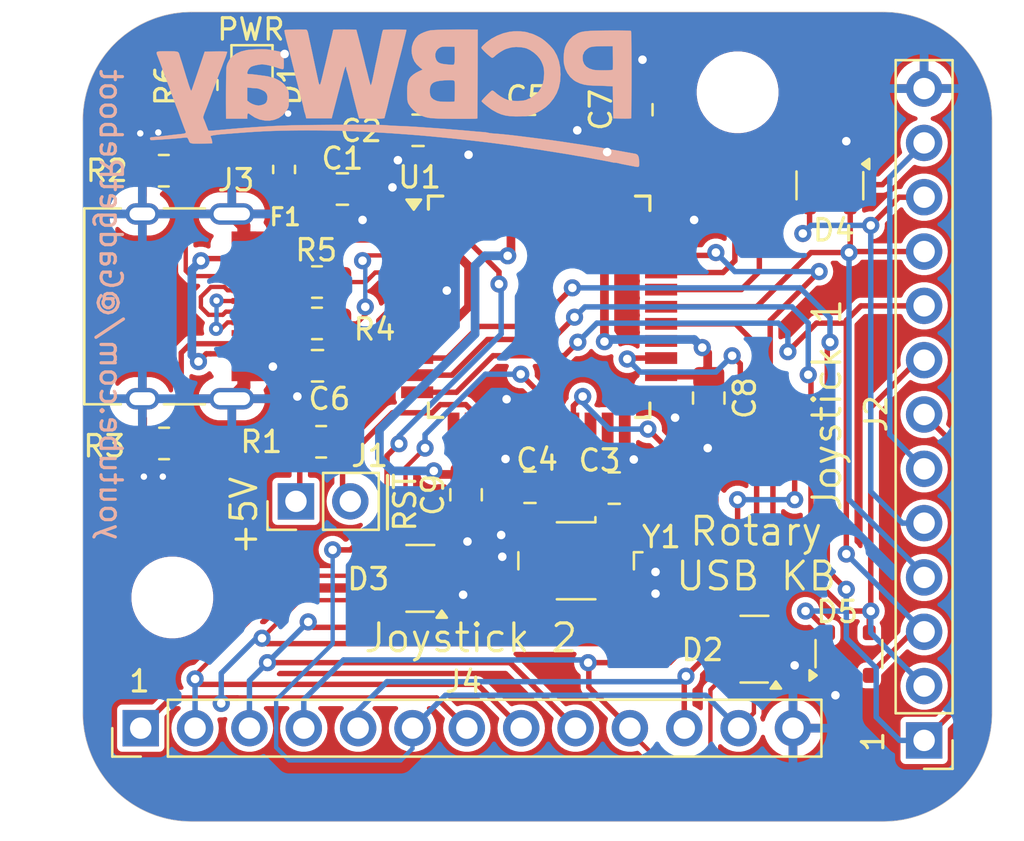
<source format=kicad_pcb>
(kicad_pcb (version 20240108) (generator "pcbnew") (generator_version "8.0")
  (layers (0 "F.Cu" signal) (31 "B.Cu" signal) (34 "B.Paste" user) (35 "F.Paste" user) (36 "B.SilkS" user "B.Silkscreen") (37 "F.SilkS" user "F.Silkscreen") (38 "B.Mask" user) (39 "F.Mask" user) (44 "Edge.Cuts" user))
  (net 0 "")
  (net 1 "GNDREF")
  (net 2 "/VBUS")
  (net 3 "/D15_SCK")
  (net 4 "/D14_MISO")
  (net 5 "/D10")
  (net 6 "/D8")
  (net 7 "/D16_MOSI")
  (net 8 "/D9")
  (net 9 "/D+")
  (net 10 "/D-")
  (net 11 "+5V")
  (net 12 "/D4")
  (net 13 "/D3")
  (net 14 "/D7")
  (net 15 "/D5")
  (net 16 "/D2")
  (net 17 "/D6")
  (net 18 "Net-(U1-XTAL1)")
  (net 19 "Net-(U1-XTAL2)")
  (net 20 "Net-(U1-AREF)")
  (net 21 "Net-(U1-UCAP)")
  (net 22 "Net-(D1-A)")
  (net 23 "Net-(J1-Pin_2)")
  (net 24 "Net-(J3-CC1)")
  (net 26 "Net-(J3-CC2)")
  (net 28 "Net-(U1-D-)")
  (net 29 "Net-(U1-D+)")
  (footprint "Resistor_SMD:R_0603_1608Metric_Pad1.05x0.95mm_HandSolder" (layer "F.Cu") (at 112.411 75.871 90)
    (property "Reference" "F1")
    (property "Value" "MF-FSMF050X")
  )
  (footprint "Connector_USB:USB_C_Receptacle_XKB_U262-16XN-4BVC11" (layer "F.Cu") (at 106.861 82.271 -90)
    (property "Reference" "J3")
    (property "Value" "USB_C_Receptacle")
  )
  (footprint "Resistor_SMD:R_0805_2012Metric_Pad1.20x1.40mm_HandSolder" (layer "F.Cu") (at 106.79 75.93)
    (property "Reference" "R2")
    (property "Value" "5K1")
  )
  (footprint "Resistor_SMD:R_0805_2012Metric_Pad1.20x1.40mm_HandSolder" (layer "F.Cu") (at 106.803 88.683)
    (property "Reference" "R3")
    (property "Value" "5K1")
  )
  (footprint "LED_SMD:LED_0805_2012Metric_Pad1.15x1.40mm_HandSolder" (layer "F.Cu") (at 110.911 71.921 -90)
    (property "Reference" "D1")
    (property "Value" "Power")
  )
  (footprint "Resistor_SMD:R_0805_2012Metric_Pad1.20x1.40mm_HandSolder" (layer "F.Cu") (at 108.561 71.921 90)
    (property "Reference" "R6")
    (property "Value" "3K3")
  )
  (footprint "Capacitor_SMD:C_0805_2012Metric" (layer "F.Cu") (at 113.972 85.05 180)
    (property "Reference" "C6")
    (property "Value" "1uF")
  )
  (footprint "Capacitor_SMD:C_0805_2012Metric" (layer "F.Cu") (at 128.894 73.078 90)
    (property "Reference" "C7")
    (property "Value" "100nF")
  )
  (footprint "Package_TO_SOT_SMD:SOT-143" (layer "F.Cu") (at 137.917 76.616 -90)
    (property "Reference" "D4")
    (property "Value" "SP0503BAHT")
  )
  (footprint "Capacitor_SMD:C_0805_2012Metric" (layer "F.Cu") (at 115.136 76.786)
    (property "Reference" "C1")
    (property "Value" "1uF")
  )
  (footprint "MountingHole:MountingHole_3.5mm" (layer "F.Cu") (at 133.604 72.263)
    (property "Reference" "REF**" (hide yes))
    (property "Value" "MountingHole_3.5mm")
  )
  (footprint "MountingHole:MountingHole_3.5mm" (layer "F.Cu") (at 107.188 95.885)
    (property "Reference" "REF**" (hide yes))
    (property "Value" "MountingHole_3.5mm")
  )
  (footprint "Resistor_SMD:R_0805_2012Metric_Pad1.20x1.40mm_HandSolder" (layer "F.Cu") (at 113.949 83.07 180)
    (property "Reference" "R4")
    (property "Value" "22r")
  )
  (footprint "Package_TO_SOT_SMD:SOT-143" (layer "F.Cu") (at 134.392 98.303 180)
    (property "Reference" "D2")
    (property "Value" "SP0503BAHT")
  )
  (footprint "Connector_PinHeader_2.54mm:PinHeader_1x02_P2.54mm_Vertical" (layer "F.Cu") (at 112.965 91.39 90)
    (property "Reference" "J1")
    (property "Value" "Conn_01x02")
  )
  (footprint "Capacitor_SMD:C_0805_2012Metric" (layer "F.Cu") (at 123.902 90.732)
    (property "Reference" "C4")
    (property "Value" "18pF")
  )
  (footprint "Crystal:Crystal_SMD_Abracon_ABM3B-4Pin_5.0x3.2mm" (layer "F.Cu") (at 126.058 94.169 180)
    (property "Reference" "Y1")
    (property "Value" "16 MHz")
  )
  (footprint "Package_QFP:TQFP-44_10x10mm_P0.8mm" (layer "F.Cu") (at 124.33 82.29)
    (property "Reference" "U1")
    (property "Value" "ATmega32U4-A")
  )
  (footprint "Connector_PinHeader_2.54mm:PinHeader_1x13_P2.54mm_Vertical" (layer "F.Cu") (at 105.711 101.996 90)
    (property "Reference" "J4")
    (property "Value" "Conn_01x13")
  )
  (footprint "Capacitor_SMD:C_0805_2012Metric" (layer "F.Cu") (at 132.256 86.561 -90)
    (property "Reference" "C8")
    (property "Value" "100nF")
  )
  (footprint "Capacitor_SMD:C_0805_2012Metric" (layer "F.Cu") (at 127.839 90.77 180)
    (property "Reference" "C3")
    (property "Value" "18pF")
  )
  (footprint "Connector_PinHeader_2.54mm:PinHeader_1x13_P2.54mm_Vertical" (layer "F.Cu") (at 142.32 102.569 180)
    (property "Reference" "J2")
    (property "Value" "Conn_01x13")
  )
  (footprint "Capacitor_SMD:C_0805_2012Metric" (layer "F.Cu") (at 118.671 74.039 180)
    (property "Reference" "C2")
    (property "Value" "100nF")
  )
  (footprint "Package_TO_SOT_SMD:SOT-143" (layer "F.Cu") (at 118.778 94.991 180)
    (property "Reference" "D3")
    (property "Value" "SP0503BAHT")
  )
  (footprint "Resistor_SMD:R_0805_2012Metric_Pad1.20x1.40mm_HandSolder" (layer "F.Cu") (at 113.949 81.136 180)
    (property "Reference" "R5")
    (property "Value" "22r")
  )
  (footprint "Capacitor_SMD:C_0805_2012Metric" (layer "F.Cu") (at 123.878 74.052)
    (property "Reference" "C5")
    (property "Value" "100nF")
  )
  (footprint "Capacitor_SMD:C_0805_2012Metric" (layer "F.Cu") (at 120.9148 91.0822 -90)
    (property "Reference" "C9")
    (property "Value" "100nF")
  )
  (footprint "Package_TO_SOT_SMD:SOT-143" (layer "F.Cu") (at 138.806 98.528 90)
    (property "Reference" "D5")
    (property "Value" "SP0503BAHT")
  )
  (footprint "Resistor_SMD:R_0805_2012Metric_Pad1.20x1.40mm_HandSolder" (layer "F.Cu") (at 114.143 88.605001)
    (property "Reference" "R1")
    (property "Value" "10K")
  )
  (footprint "_Custom_Footprints:pcb way logo" (layer "B.Cu") (at 117.573 73.217 180)
    (property "Reference" "G***" (hide yes))
    (property "Value" "LOGO" (hide yes))
  )
  (gr_line (start 108.08 68.5038) (end 140.4194 68.5038) (stroke (width 0.0254)) (layer "Edge.Cuts"))
  (gr_arc (start 103 73.5838) (mid 104.487898 69.991698) (end 108.08 68.5038) (stroke (width 0.0254)) (layer "Edge.Cuts"))
  (gr_line (start 103 101.284) (end 103 73.5838) (stroke (width 0.0254)) (layer "Edge.Cuts"))
  (gr_line (start 145.5 73.5838) (end 145.5 101.284) (stroke (width 0.0254)) (layer "Edge.Cuts"))
  (gr_arc (start 140.4194 68.5038) (mid 144.011802 69.991573) (end 145.5 73.5838) (stroke (width 0.0254)) (layer "Edge.Cuts"))
  (gr_arc (start 145.5 101.284) (mid 144.011802 104.876227) (end 140.4194 106.364) (stroke (width 0.0254)) (layer "Edge.Cuts"))
  (gr_line (start 140.4194 106.364) (end 108.08 106.364) (stroke (width 0.0254)) (layer "Edge.Cuts"))
  (gr_arc (start 108.08 106.364) (mid 104.487898 104.876102) (end 103 101.284) (stroke (width 0.0254)) (layer "Edge.Cuts"))
  (gr_text "youtube.com/@GadgetReboot" (at 104.311 82.196 270) (layer "B.SilkS") (effects (font (size 1 1)) (justify mirror)))
  (gr_text "Rotary\nUSB KB" (at 134.471 93.842 0) (layer "F.SilkS") (effects (font (size 1.3 1.3))))
  (gr_text "PWR\n" (at 110.861 69.321 0) (layer "F.SilkS") (effects (font (size 1 1))))
  (gr_text "+5V" (at 110.534001 92.071 90) (layer "F.SilkS") (effects (font (size 1.2 1.2))))
  (gr_text "~{RST}" (at 118.063 91.432 90) (layer "F.SilkS") (effects (font (size 1 1))))
  (gr_text "Joystick 1" (at 137.784 86.890001 90) (layer "F.SilkS") (effects (font (size 1.3 1.3))))
  (gr_text "Joystick 2" (at 121.136 97.779 0) (layer "F.SilkS") (effects (font (size 1.3 1.3))))
  (gr_text "1" (at 139.933 102.626 90) (layer "F.SilkS") (effects (font (size 1 1))))
  (gr_text "1" (at 105.654 99.801 0) (layer "F.SilkS") (effects (font (size 1 1))))
  (segment (start 110.531 86.026) (end 110.531 85.475801) (width 0.6096) (layer "F.Cu") (net 1))
  (segment (start 109.966 86.591) (end 110.531 86.026) (width 0.6096) (layer "F.Cu") (net 1))
  (segment (start 110.531 78.921) (end 110.531 78.516) (width 0.6096) (layer "F.Cu") (net 1))
  (segment (start 110.531 78.516) (end 109.966 77.951) (width 0.6096) (layer "F.Cu") (net 1))
  (segment (start 110.531 79.221) (end 110.531 78.921) (width 0.25) (layer "F.Cu") (net 1))
  (via (at 112.598 73.258) (size 0.658) (drill 0.3) (layers "F.Cu" "B.Cu") (net 1))
  (via (at 129.7686 95.7072) (size 0.8) (drill 0.4) (layers "F.Cu" "B.Cu") (net 1))
  (via (at 126.111 74.041) (size 0.8) (drill 0.4) (layers "F.Cu" "B.Cu") (net 1))
  (via (at 117.475 76.708) (size 0.8) (drill 0.4) (layers "F.Cu" "B.Cu") (net 1))
  (via (at 121.031 75.184) (size 0.8) (drill 0.4) (layers "F.Cu" "B.Cu") (net 1))
  (via (at 138.176 100.457) (size 0.8) (drill 0.4) (layers "F.Cu" "B.Cu") (net 1))
  (via (at 129.159 70.739) (size 0.8) (drill 0.4) (layers "F.Cu" "B.Cu") (net 1))
  (via (at 111.887 85.09) (size 0.8) (drill 0.4) (layers "F.Cu" "B.Cu") (net 1))
  (via (at 120.777 95.758) (size 0.8) (drill 0.4) (layers "F.Cu" "B.Cu") (net 1))
  (via (at 116.078 78.232) (size 0.8) (drill 0.4) (layers "F.Cu" "B.Cu") (net 1))
  (via (at 105.858 90.235) (size 0.658) (drill 0.3) (layers "F.Cu" "B.Cu") (net 1))
  (via (at 106.532 74.142) (size 0.658) (drill 0.3) (layers "F.Cu" "B.Cu") (net 1))
  (via (at 122.809 86.614) (size 0.8) (drill 0.4) (layers "F.Cu" "B.Cu") (net 1))
  (via (at 129.7686 94.6912) (size 0.8) (drill 0.4) (layers "F.Cu" "B.Cu") (net 1))
  (via (at 117.729 75.438) (size 0.8) (drill 0.4) (layers "F.Cu" "B.Cu") (net 1))
  (via (at 120.015 81.534) (size 0.8) (drill 0.4) (layers "F.Cu" "B.Cu") (net 1))
  (via (at 130.683 87.4776) (size 0.8) (drill 0.4) (layers "F.Cu" "B.Cu") (net 1))
  (via (at 138.684 74.549) (size 0.8) (drill 0.4) (layers "F.Cu" "B.Cu") (net 1))
  (via (at 106.743 90.235) (size 0.658) (drill 0.3) (layers "F.Cu" "B.Cu") (net 1))
  (via (at 127.508 75.057) (size 0.8) (drill 0.4) (layers "F.Cu" "B.Cu") (net 1))
  (via (at 131.572 78.232) (size 0.8) (drill 0.4) (layers "F.Cu" "B.Cu") (net 1))
  (via (at 122.6058 93.98) (size 0.8) (drill 0.4) (layers "F.Cu" "B.Cu") (net 1))
  (via (at 128.7526 89.4334) (size 0.8) (drill 0.4) (layers "F.Cu" "B.Cu") (net 1))
  (via (at 122.555 92.964) (size 0.8) (drill 0.4) (layers "F.Cu" "B.Cu") (net 1))
  (via (at 105.689 74.184) (size 0.658) (drill 0.3) (layers "F.Cu" "B.Cu") (net 1))
  (via (at 112.436 70.471) (size 0.8) (drill 0.4) (layers "F.Cu" "B.Cu") (net 1))
  (via (at 122.7582 89.408) (size 0.8) (drill 0.4) (layers "F.Cu" "B.Cu") (net 1))
  (via (at 113.03 86.487) (size 0.8) (drill 0.4) (layers "F.Cu" "B.Cu") (net 1))
  (via (at 136.271 99.06) (size 0.8) (drill 0.4) (layers "F.Cu" "B.Cu") (net 1))
  (via (at 120.9802 93.2688) (size 0.8) (drill 0.4) (layers "F.Cu" "B.Cu") (net 1))
  (via (at 132.207 88.9) (size 0.8) (drill 0.4) (layers "F.Cu" "B.Cu") (net 1))
  (segment (start 114.146001 76.746) (end 114.186001 76.786) (width 0.4064) (layer "F.Cu") (net 2))
  (segment (start 110.531 84.521) (end 109.679 84.521) (width 0.25) (layer "F.Cu") (net 2))
  (segment (start 110.531 79.721) (end 110.73618 79.92618) (width 0.2) (layer "F.Cu") (net 2))
  (segment (start 112.411 76.746) (end 114.146001 76.746) (width 0.4064) (layer "F.Cu") (net 2))
  (segment (start 111.99368 79.92618) (end 110.73618 79.92618) (width 0.4064) (layer "F.Cu") (net 2))
  (segment (start 110.531 84.521) (end 110.73678 84.72678) (width 0.2) (layer "F.Cu") (net 2))
  (segment (start 108.771 84.491) (end 108.409 84.853) (width 0.254) (layer "F.Cu") (net 2))
  (segment (start 120.237 83.09) (end 121.031 82.296) (width 0.4064) (layer "F.Cu") (net 2))
  (segment (start 109.649 84.491) (end 108.981 84.491) (width 0.25) (layer "F.Cu") (net 2))
  (segment (start 119.73 79.09) (end 118.63 79.09) (width 0.4064) (layer "F.Cu") (net 2))
  (segment (start 108.524 80.139) (end 108.642 80.021) (width 0.254) (layer "F.Cu") (net 2))
  (segment (start 114.904 79.09) (end 114.186001 78.372001) (width 0.4064) (layer "F.Cu") (net 2))
  (segment (start 112.01146 79.9084) (end 112.465047 79.454813) (width 0.4064) (layer "F.Cu") (net 2))
  (segment (start 112.01146 79.9084) (end 111.99368 79.92618) (width 0.4064) (layer "F.Cu") (net 2))
  (segment (start 108.981 84.491) (end 108.771 84.491) (width 0.254) (layer "F.Cu") (net 2))
  (segment (start 118.63 79.09) (end 114.904 79.09) (width 0.4064) (layer "F.Cu") (net 2))
  (segment (start 114.186001 78.372001) (end 114.186001 76.786) (width 0.4064) (layer "F.Cu") (net 2))
  (segment (start 109.679 84.521) (end 109.649 84.491) (width 0.25) (layer "F.Cu") (net 2))
  (segment (start 121.031 82.296) (end 121.031 80.391) (width 0.4064) (layer "F.Cu") (net 2))
  (segment (start 108.642 80.039) (end 110.531 80.039) (width 0.254) (layer "F.Cu") (net 2))
  (segment (start 118.63 83.09) (end 120.237 83.09) (width 0.4064) (layer "F.Cu") (net 2))
  (segment (start 112.465047 79.454813) (end 112.465047 76.811855) (width 0.4064) (layer "F.Cu") (net 2))
  (segment (start 121.031 80.391) (end 119.73 79.09) (width 0.4064) (layer "F.Cu") (net 2))
  (via (at 108.524 80.139) (size 0.8) (drill 0.4) (layers "F.Cu" "B.Cu") (net 2))
  (via (at 108.409 84.853) (size 0.8) (drill 0.4) (layers "F.Cu" "B.Cu") (net 2))
  (segment (start 108.524 80.139) (end 108.101 80.562) (width 0.4064) (layer "B.Cu") (net 2))
  (segment (start 108.101 84.545) (end 108.409 84.853) (width 0.4064) (layer "B.Cu") (net 2))
  (segment (start 108.101 80.562) (end 108.101 84.545) (width 0.4064) (layer "B.Cu") (net 2))
  (segment (start 144.018 100.871) (end 144.018 89.027) (width 0.254) (layer "F.Cu") (net 3))
  (segment (start 125.8824 81.407) (end 124.079 83.2104) (width 0.254) (layer "F.Cu") (net 3))
  (segment (start 137.795 84.074) (end 137.795 94.615) (width 0.254) (layer "F.Cu") (net 3))
  (segment (start 136.906 96.52) (end 136.779 96.52) (width 0.254) (layer "F.Cu") (net 3))
  (segment (start 124.079 83.2104) (end 121.5136 83.2104) (width 0.254) (layer "F.Cu") (net 3))
  (segment (start 120.034 84.69) (end 118.63 84.69) (width 0.254) (layer "F.Cu") (net 3))
  (segment (start 137.922 83.947) (end 137.795 84.074) (width 0.254) (layer "F.Cu") (net 3))
  (segment (start 142.32 102.569) (end 144.018 100.871) (width 0.254) (layer "F.Cu") (net 3))
  (segment (start 137.856 97.47) (end 136.906 96.52) (width 0.254) (layer "F.Cu") (net 3))
  (segment (start 144.018 89.027) (end 142.32 87.329) (width 0.254) (layer "F.Cu") (net 3))
  (segment (start 137.795 94.615) (end 138.684 95.504) (width 0.254) (layer "F.Cu") (net 3))
  (segment (start 137.856 97.528) (end 137.856 97.47) (width 0.254) (layer "F.Cu") (net 3))
  (segment (start 121.5136 83.2104) (end 120.034 84.69) (width 0.254) (layer "F.Cu") (net 3))
  (via (at 136.779 96.52) (size 0.8) (drill 0.4) (layers "F.Cu" "B.Cu") (net 3))
  (via (at 137.922 83.947) (size 0.8) (drill 0.4) (layers "F.Cu" "B.Cu") (net 3))
  (via (at 125.8824 81.407) (size 0.8) (drill 0.4) (layers "F.Cu" "B.Cu") (net 3))
  (via (at 138.684 95.504) (size 0.8) (drill 0.4) (layers "F.Cu" "B.Cu") (net 3))
  (segment (start 138.684 96.393) (end 138.684 97.79) (width 0.254) (layer "B.Cu") (net 3))
  (segment (start 140.081 101.473) (end 141.177 102.569) (width 0.254) (layer "B.Cu") (net 3))
  (segment (start 140.081 99.187) (end 140.081 101.473) (width 0.254) (layer "B.Cu") (net 3))
  (segment (start 138.684 95.504) (end 138.684 96.393) (width 0.254) (layer "B.Cu") (net 3))
  (segment (start 125.8824 81.407) (end 136.525 81.407) (width 0.254) (layer "B.Cu") (net 3))
  (segment (start 136.779 96.52) (end 138.557 96.52) (width 0.254) (layer "B.Cu") (net 3))
  (segment (start 138.684 97.79) (end 140.081 99.187) (width 0.254) (layer "B.Cu") (net 3))
  (segment (start 138.557 96.52) (end 138.684 96.393) (width 0.254) (layer "B.Cu") (net 3))
  (segment (start 141.177 102.569) (end 142.32 102.569) (width 0.254) (layer "B.Cu") (net 3))
  (segment (start 137.922 82.804) (end 137.922 83.947) (width 0.254) (layer "B.Cu") (net 3))
  (segment (start 136.525 81.407) (end 137.922 82.804) (width 0.254) (layer "B.Cu") (net 3))
  (segment (start 135.9535 84.3915) (end 137.287 83.058) (width 0.254) (layer "F.Cu") (net 4))
  (segment (start 138.684 93.853) (end 138.684 82.931) (width 0.254) (layer "F.Cu") (net 4))
  (segment (start 120.466 86.29) (end 118.63 86.29) (width 0.254) (layer "F.Cu") (net 4))
  (segment (start 141.778999 97.489001) (end 142.32 97.489001) (width 0.254) (layer "F.Cu") (net 4))
  (segment (start 126.1364 83.947) (end 125.5014 84.582) (width 0.254) (layer "F.Cu") (net 4))
  (segment (start 139.756 99.528) (end 139.756 99.512) (width 0.254) (layer "F.Cu") (net 4))
  (segment (start 139.756 99.512) (end 141.778999 97.489001) (width 0.254) (layer "F.Cu") (net 4))
  (segment (start 138.684 82.931) (end 139.366 82.249) (width 0.254) (layer "F.Cu") (net 4))
  (segment (start 122.174 84.582) (end 120.466 86.29) (width 0.254) (layer "F.Cu") (net 4))
  (segment (start 137.287 83.058) (end 138.684 83.058) (width 0.254) (layer "F.Cu") (net 4))
  (segment (start 125.5014 84.582) (end 122.174 84.582) (width 0.254) (layer "F.Cu") (net 4))
  (segment (start 139.366 82.249) (end 142.32 82.249) (width 0.254) (layer "F.Cu") (net 4))
  (via (at 138.684 93.853) (size 0.8) (drill 0.4) (layers "F.Cu" "B.Cu") (net 4))
  (via (at 126.1364 83.947) (size 0.8) (drill 0.4) (layers "F.Cu" "B.Cu") (net 4))
  (via (at 135.9535 84.3915) (size 0.8) (drill 0.4) (layers "F.Cu" "B.Cu") (net 4))
  (segment (start 138.684 93.853) (end 141.812 96.981) (width 0.254) (layer "B.Cu") (net 4))
  (segment (start 141.812 96.981001) (end 142.32 97.489001) (width 0.254) (layer "B.Cu") (net 4))
  (segment (start 127.0254 83.058) (end 135.509 83.058) (width 0.254) (layer "B.Cu") (net 4))
  (segment (start 141.812 96.981) (end 141.812 96.981001) (width 0.254) (layer "B.Cu") (net 4))
  (segment (start 135.9535 83.5025) (end 135.9535 84.3915) (width 0.254) (layer "B.Cu") (net 4))
  (segment (start 135.509 83.058) (end 135.9535 83.5025) (width 0.254) (layer "B.Cu") (net 4))
  (segment (start 126.1364 83.947) (end 127.0254 83.058) (width 0.254) (layer "B.Cu") (net 4))
  (segment (start 133.477 80.137) (end 133.477 77.851) (width 0.254) (layer "F.Cu") (net 5))
  (segment (start 136.967 75.616) (end 137.932 76.581) (width 0.254) (layer "F.Cu") (net 5))
  (segment (start 132.924 80.69) (end 133.477 80.137) (width 0.254) (layer "F.Cu") (net 5))
  (segment (start 130.03 80.69) (end 132.924 80.69) (width 0.254) (layer "F.Cu") (net 5))
  (segment (start 136.967 75.616) (end 135.712 75.616) (width 0.254) (layer "F.Cu") (net 5))
  (segment (start 135.712 75.616) (end 133.477 77.851) (width 0.254) (layer "F.Cu") (net 5))
  (segment (start 140.368001 76.581) (end 142.32 74.629001) (width 0.254) (layer "F.Cu") (net 5))
  (segment (start 137.932 76.581) (end 140.368001 76.581) (width 0.254) (layer "F.Cu") (net 5))
  (segment (start 140.716 76.233001) (end 142.32 74.629001) (width 0.254) (layer "B.Cu") (net 5))
  (segment (start 142.32 89.869) (end 140.716 88.265) (width 0.254) (layer "B.Cu") (net 5))
  (segment (start 140.716 88.265) (end 140.716 76.233001) (width 0.254) (layer "B.Cu") (net 5))
  (segment (start 138.858 79.709) (end 142.32 79.709) (width 0.254) (layer "F.Cu") (net 6))
  (segment (start 138.867 79.7) (end 138.811 79.756) (width 0.254) (layer "F.Cu") (net 6))
  (segment (start 134.499 82.29) (end 130.03 82.29) (width 0.254) (layer "F.Cu") (net 6))
  (segment (start 138.811 79.756) (end 138.858 79.709) (width 0.254) (layer "F.Cu") (net 6))
  (segment (start 138.811 79.756) (end 137.033 79.756) (width 0.254) (layer "F.Cu") (net 6))
  (segment (start 137.033 79.756) (end 134.499 82.29) (width 0.254) (layer "F.Cu") (net 6))
  (segment (start 138.867 77.616) (end 138.867 79.7) (width 0.254) (layer "F.Cu") (net 6))
  (via (at 138.811 79.756) (size 0.8) (drill 0.4) (layers "F.Cu" "B.Cu") (net 6))
  (segment (start 141.812 94.441) (end 142.32 94.949) (width 0.254) (layer "B.Cu") (net 6))
  (segment (start 138.811 91.313) (end 141.812 94.314) (width 0.254) (layer "B.Cu") (net 6))
  (segment (start 141.812 94.314) (end 141.812 94.441) (width 0.254) (layer "B.Cu") (net 6))
  (segment (start 138.811 79.756) (end 138.811 91.313) (width 0.254) (layer "B.Cu") (net 6))
  (segment (start 139.756 96.591) (end 139.827 96.52) (width 0.254) (layer "F.Cu") (net 7))
  (segment (start 139.827 96.52) (end 139.827 86.995) (width 0.254) (layer "F.Cu") (net 7))
  (segment (start 142.033001 84.788999) (end 142.32 84.788999) (width 0.254) (layer "F.Cu") (net 7))
  (segment (start 120.25 85.49) (end 118.63 85.49) (width 0.254) (layer "F.Cu") (net 7))
  (segment (start 139.827 96.52) (end 138.671866 96.52) (width 0.254) (layer "F.Cu") (net 7))
  (segment (start 137.033 94.881134) (end 137.033 85.598) (width 0.254) (layer "F.Cu") (net 7))
  (segment (start 121.92 83.82) (end 120.25 85.49) (width 0.254) (layer "F.Cu") (net 7))
  (segment (start 139.827 86.995) (end 142.033001 84.788999) (width 0.254) (layer "F.Cu") (net 7))
  (segment (start 137.033 85.598) (end 136.906 85.471) (width 0.254) (layer "F.Cu") (net 7))
  (segment (start 124.9426 83.82) (end 121.92 83.82) (width 0.254) (layer "F.Cu") (net 7))
  (segment (start 138.671866 96.52) (end 137.033 94.881134) (width 0.254) (layer "F.Cu") (net 7))
  (segment (start 125.984 82.7786) (end 124.9426 83.82) (width 0.254) (layer "F.Cu") (net 7))
  (segment (start 139.756 97.528) (end 139.756 96.591) (width 0.254) (layer "F.Cu") (net 7))
  (via (at 125.984 82.7786) (size 0.8) (drill 0.4) (layers "F.Cu" "B.Cu") (net 7))
  (via (at 139.827 96.52) (size 0.8) (drill 0.4) (layers "F.Cu" "B.Cu") (net 7))
  (via (at 136.906 85.471) (size 0.8) (drill 0.4) (layers "F.Cu" "B.Cu") (net 7))
  (segment (start 139.827 96.52) (end 139.827 97.536) (width 0.254) (layer "B.Cu") (net 7))
  (segment (start 136.144 82.296) (end 136.906 83.058) (width 0.254) (layer "B.Cu") (net 7))
  (segment (start 139.827 97.536) (end 142.32 100.029) (width 0.254) (layer "B.Cu") (net 7))
  (segment (start 126.4666 82.296) (end 136.144 82.296) (width 0.254) (layer "B.Cu") (net 7))
  (segment (start 125.984 82.7786) (end 126.4666 82.296) (width 0.254) (layer "B.Cu") (net 7))
  (segment (start 136.906 83.058) (end 136.906 85.471) (width 0.254) (layer "B.Cu") (net 7))
  (segment (start 136.967 77.616) (end 135.617 77.616) (width 0.254) (layer "F.Cu") (net 8))
  (segment (start 134.62 78.613) (end 134.62 80.645) (width 0.254) (layer "F.Cu") (net 8))
  (segment (start 136.967 78.552) (end 136.967 77.616) (width 0.254) (layer "F.Cu") (net 8))
  (segment (start 141.144 77.169) (end 142.32 77.169) (width 0.254) (layer "F.Cu") (net 8))
  (segment (start 136.652 78.867) (end 136.967 78.552) (width 0.254) (layer "F.Cu") (net 8))
  (segment (start 139.827 78.486) (end 139.7 78.613) (width 0.254) (layer "F.Cu") (net 8))
  (segment (start 134.62 80.645) (end 133.775 81.49) (width 0.254) (layer "F.Cu") (net 8))
  (segment (start 133.775 81.49) (end 130.03 81.49) (width 0.254) (layer "F.Cu") (net 8))
  (segment (start 135.617 77.616) (end 134.62 78.613) (width 0.254) (layer "F.Cu") (net 8))
  (segment (start 139.827 78.486) (end 141.144 77.169) (width 0.254) (layer "F.Cu") (net 8))
  (via (at 139.827 78.486) (size 0.8) (drill 0.4) (layers "F.Cu" "B.Cu") (net 8))
  (via (at 136.652 78.867) (size 0.8) (drill 0.4) (layers "F.Cu" "B.Cu") (net 8))
  (segment (start 139.827 90.932) (end 141.304 92.409) (width 0.254) (layer "B.Cu") (net 8))
  (segment (start 137.033 78.486) (end 136.652 78.867) (width 0.254) (layer "B.Cu") (net 8))
  (segment (start 139.827 78.486) (end 137.033 78.486) (width 0.254) (layer "B.Cu") (net 8))
  (segment (start 141.304 92.409) (end 142.32 92.409) (width 0.254) (layer "B.Cu") (net 8))
  (segment (start 139.827 78.486) (end 139.827 90.932) (width 0.254) (layer "B.Cu") (net 8))
  (segment (start 109.47 83.325) (end 109.23 83.325) (width 0.2032) (layer "F.Cu") (net 9))
  (segment (start 109.401 82.037) (end 109.417 82.021) (width 0.2032) (layer "F.Cu") (net 9))
  (segment (start 109.774 83.021) (end 109.47 83.325) (width 0.2032) (layer "F.Cu") (net 9))
  (segment (start 109.417 82.021) (end 110.531 82.021) (width 0.2032) (layer "F.Cu") (net 9))
  (segment (start 110.531 82.021) (end 112.064 82.021) (width 0.2032) (layer "F.Cu") (net 9))
  (segment (start 110.531 83.021) (end 109.774 83.021) (width 0.2032) (layer "F.Cu") (net 9))
  (segment (start 112.064 82.021) (end 112.949 81.136) (width 0.2032) (layer "F.Cu") (net 9))
  (via (at 109.253 82.003) (size 0.658) (drill 0.3) (layers "F.Cu" "B.Cu") (net 9))
  (via (at 109.23 83.325) (size 0.658) (drill 0.3) (layers "F.Cu" "B.Cu") (net 9))
  (segment (start 109.253 83.302) (end 109.23 83.325) (width 0.2032) (layer "B.Cu") (net 9))
  (segment (start 109.253 82.003) (end 109.253 83.302) (width 0.2032) (layer "B.Cu") (net 9))
  (segment (start 109.545399 82.667601) (end 109.692 82.521) (width 0.2032) (layer "F.Cu") (net 10))
  (segment (start 110.531 81.521) (end 109.774 81.521) (width 0.2032) (layer "F.Cu") (net 10))
  (segment (start 112.4 82.521) (end 112.949 83.07) (width 0.2032) (layer "F.Cu") (net 10))
  (segment (start 109.774 81.521) (end 109.617 81.364) (width 0.2032) (layer "F.Cu") (net 10))
  (segment (start 108.991 81.364) (end 108.523 81.832) (width 0.2032) (layer "F.Cu") (net 10))
  (segment (start 109.692 82.521) (end 110.531 82.521) (width 0.2032) (layer "F.Cu") (net 10))
  (segment (start 110.531 82.521) (end 112.4 82.521) (width 0.2032) (layer "F.Cu") (net 10))
  (segment (start 109.617 81.364) (end 108.991 81.364) (width 0.2032) (layer "F.Cu") (net 10))
  (segment (start 108.523 82.31) (end 108.880601 82.667601) (width 0.2032) (layer "F.Cu") (net 10))
  (segment (start 108.523 81.832) (end 108.523 82.31) (width 0.2032) (layer "F.Cu") (net 10))
  (segment (start 108.880601 82.667601) (end 109.545399 82.667601) (width 0.2032) (layer "F.Cu") (net 10))
  (segment (start 131.880999 85.49) (end 130.03 85.49) (width 0.4064) (layer "F.Cu") (net 11))
  (segment (start 119.620999 72.517) (end 119.620999 74.039) (width 0.4064) (layer "F.Cu") (net 11))
  (segment (start 104.14 90.678) (end 104.14 73.66) (width 0.254) (layer "F.Cu") (net 11))
  (segment (start 111.038999 88.605001) (end 108.331 91.313) (width 0.254) (layer "F.Cu") (net 11))
  (segment (start 119.126 72.517) (end 119.620999 72.517) (width 0.4064) (layer "F.Cu") (net 11))
  (segment (start 120.33 75.626) (end 120.33 76.59) (width 0.4064) (layer "F.Cu") (net 11))
  (segment (start 104.879 72.921) (end 104.14 73.66) (width 0.254) (layer "F.Cu") (net 11))
  (segment (start 121.7422 78.232) (end 121.031 78.232) (width 0.4064) (layer "F.Cu") (net 11))
  (segment (start 127.381 73.152) (end 126.746 72.517) (width 0.4064) (layer "F.Cu") (net 11))
  (segment (start 127.381 83.9216) (end 127.381 79.4004) (width 0.4064) (layer "F.Cu") (net 11))
  (segment (start 128.894 74.941) (end 128.894 74.027999) (width 0.4064) (layer "F.Cu") (net 11))
  (segment (start 126.2126 78.232) (end 121.7422 78.232) (width 0.4064) (layer "F.Cu") (net 11))
  (segment (start 113.091 74.996) (end 115.57 72.517) (width 0.4064) (layer "F.Cu") (net 11))
  (segment (start 126.746 72.517) (end 119.126 72.517) (width 0.4064) (layer "F.Cu") (net 11))
  (segment (start 113.143 91.212) (end 112.965 91.39) (width 0.254) (layer "F.Cu") (net 11))
  (segment (start 120.9148 90.132201) (end 119.570801 90.132201) (width 0.4064) (layer "F.Cu") (net 11))
  (segment (start 132.207 84.455) (end 132.207 85.163999) (width 0.4064) (layer "F.Cu") (net 11))
  (segment (start 128.33 75.505) (end 128.894 74.941) (width 0.4064) (layer "F.Cu") (net 11))
  (segment (start 121.93 89.194001) (end 120.9918 90.132201) (width 0.4064) (layer "F.Cu") (net 11))
  (segment (start 119.620999 74.916999) (end 120.33 75.626) (width 0.4064) (layer "F.Cu") (net 11))
  (segment (start 113.143 88.605001) (end 111.038999 88.605001) (width 0.254) (layer "F.Cu") (net 11))
  (segment (start 122.8598 79.9084) (end 123.0122 79.756) (width 0.4064) (layer "F.Cu") (net 11))
  (segment (start 120.9918 90.132201) (end 120.9148 90.132201) (width 0.4064) (layer "F.Cu") (net 11))
  (segment (start 128.894 74.027999) (end 127.875999 74.027999) (width 0.4064) (layer "F.Cu") (net 11))
  (segment (start 123.0122 79.756) (end 123.0122 78.232) (width 0.4064) (layer "F.Cu") (net 11))
  (segment (start 104.775 91.313) (end 104.14 90.678) (width 0.254) (layer "F.Cu") (net 11))
  (segment (start 128.33 76.59) (end 128.33 75.505) (width 0.4064) (layer "F.Cu") (net 11))
  (segment (start 131.953 84.201) (end 132.207 84.455) (width 0.4064) (layer "F.Cu") (net 11))
  (segment (start 127.381 73.533) (end 127.381 73.152) (width 0.4064) (layer "F.Cu") (net 11))
  (segment (start 127.875999 74.027999) (end 127.381 73.533) (width 0.4064) (layer "F.Cu") (net 11))
  (segment (start 119.620999 74.039) (end 119.620999 74.916999) (width 0.4064) (layer "F.Cu") (net 11))
  (segment (start 121.031 78.232) (end 120.33 77.531) (width 0.4064) (layer "F.Cu") (net 11))
  (segment (start 108.331 91.313) (end 104.775 91.313) (width 0.254) (layer "F.Cu") (net 11))
  (segment (start 119.570801 90.132201) (end 119.4054 89.9668) (width 0.4064) (layer "F.Cu") (net 11))
  (segment (start 108.561 72.921) (end 104.879 72.921) (width 0.254) (layer "F.Cu") (net 11))
  (segment (start 132.207 85.163999) (end 131.880999 85.49) (width 0.4064) (layer "F.Cu") (net 11))
  (segment (start 127.381 79.4004) (end 126.2126 78.232) (width 0.4064) (layer "F.Cu") (net 11))
  (segment (start 112.411 74.996) (end 113.091 74.996) (width 0.4064) (layer "F.Cu") (net 11))
  (segment (start 113.143 88.605001) (end 113.143 91.212) (width 0.254) (layer "F.Cu") (net 11))
  (segment (start 108.561 72.946) (end 108.561 73.871) (width 0.4064) (layer "F.Cu") (net 11))
  (segment (start 121.93 87.99) (end 121.93 89.194001) (width 0.4064) (layer "F.Cu") (net 11))
  (segment (start 109.686 74.996) (end 112.411 74.996) (width 0.4064) (layer "F.Cu") (net 11))
  (segment (start 120.33 77.531) (end 120.33 76.59) (width 0.4064) (layer "F.Cu") (net 11))
  (segment (start 115.57 72.517) (end 119.126 72.517) (width 0.4064) (layer "F.Cu") (net 11))
  (segment (start 123.0122 78.232) (end 121.7422 78.232) (width 0.4064) (layer "F.Cu") (net 11))
  (segment (start 108.561 73.871) (end 109.686 74.996) (width 0.4064) (layer "F.Cu") (net 11))
  (via (at 131.953 84.201) (size 0.8) (drill 0.4) (layers "F.Cu" "B.Cu") (net 11))
  (via (at 119.4054 89.9668) (size 0.8) (drill 0.4) (layers "F.Cu" "B.Cu") (net 11))
  (via (at 122.8598 79.9084) (size 0.8) (drill 0.4) (layers "F.Cu" "B.Cu") (net 11))
  (via (at 127.381 83.9216) (size 0.8) (drill 0.4) (layers "F.Cu" "B.Cu") (net 11))
  (segment (start 127.381 83.9216) (end 127.4826 83.82) (width 0.4064) (layer "B.Cu") (net 11))
  (segment (start 116.8654 89.3572) (end 117.475 89.9668) (width 0.4064) (layer "B.Cu") (net 11))
  (segment (start 121.3358 83.566) (end 116.8654 88.0364) (width 0.4064) (layer "B.Cu") (net 11))
  (segment (start 117.475 89.9668) (end 119.4054 89.9668) (width 0.4064) (layer "B.Cu") (net 11))
  (segment (start 116.8654 88.0364) (end 116.8654 89.3572) (width 0.4064) (layer "B.Cu") (net 11))
  (segment (start 127.4826 83.82) (end 131.572 83.82) (width 0.4064) (layer "B.Cu") (net 11))
  (segment (start 122.8598 79.9084) (end 121.793 79.9084) (width 0.4064) (layer "B.Cu") (net 11))
  (segment (start 121.793 79.9084) (end 121.3358 80.3656) (width 0.4064) (layer "B.Cu") (net 11))
  (segment (start 121.3358 80.3656) (end 121.3358 83.566) (width 0.4064) (layer "B.Cu") (net 11))
  (segment (start 131.572 83.82) (end 131.953 84.201) (width 0.4064) (layer "B.Cu") (net 11))
  (segment (start 126.651 100.076) (end 128.571 101.996) (width 0.254) (layer "F.Cu") (net 12))
  (segment (start 134.493 94.869) (end 130.429 98.933) (width 0.254) (layer "F.Cu") (net 12))
  (segment (start 128.4922 84.69) (end 130.03 84.69) (width 0.254) (layer "F.Cu") (net 12))
  (segment (start 132.334 100.203) (end 132.334 103.124) (width 0.2032) (layer "F.Cu") (net 12))
  (segment (start 132.334 103.124) (end 131.826 103.632) (width 0.2032) (layer "F.Cu") (net 12))
  (segment (start 133.35 84.582) (end 133.731 84.963) (width 0.254) (layer "F.Cu") (net 12))
  (segment (start 126.651 98.965) (end 126.651 100.076) (width 0.254) (layer "F.Cu") (net 12))
  (segment (start 133.731 85.598) (end 134.493 86.36) (width 0.254) (layer "F.Cu") (net 12))
  (segment (start 130.048 103.632) (end 128.571 102.155) (width 0.2032) (layer "F.Cu") (net 12))
  (segment (start 133.392 99.253) (end 133.284 99.253) (width 0.2032) (layer "F.Cu") (net 12))
  (segment (start 133.731 84.963) (end 133.731 85.598) (width 0.254) (layer "F.Cu") (net 12))
  (segment (start 128.571 102.155) (end 128.571 101.996) (width 0.2032) (layer "F.Cu") (net 12))
  (segment (start 133.284 99.253) (end 132.334 100.203) (width 0.2032) (layer "F.Cu") (net 12))
  (segment (start 130.429 98.933) (end 126.619 98.933) (width 0.254) (layer "F.Cu") (net 12))
  (segment (start 128.4478 84.7344) (end 128.4922 84.69) (width 0.254) (layer "F.Cu") (net 12))
  (segment (start 131.826 103.632) (end 130.048 103.632) (width 0.2032) (layer "F.Cu") (net 12))
  (segment (start 126.619 98.933) (end 126.651 98.965) (width 0.254) (layer "F.Cu") (net 12))
  (segment (start 134.493 86.36) (end 134.493 94.869) (width 0.254) (layer "F.Cu") (net 12))
  (via (at 128.4478 84.7344) (size 0.8) (drill 0.4) (layers "F.Cu" "B.Cu") (net 12))
  (via (at 126.619 98.933) (size 0.8) (drill 0.4) (layers "F.Cu" "B.Cu") (net 12))
  (via (at 133.35 84.582) (size 0.8) (drill 0.4) (layers "F.Cu" "B.Cu") (net 12))
  (segment (start 115.189 98.806) (end 113.331 100.664) (width 0.254) (layer "B.Cu") (net 12))
  (segment (start 126.619 98.933) (end 126.492 98.806) (width 0.254) (layer "B.Cu") (net 12))
  (segment (start 126.492 98.806) (end 115.189 98.806) (width 0.254) (layer "B.Cu") (net 12))
  (segment (start 132.588 85.344) (end 133.35 84.582) (width 0.254) (layer "B.Cu") (net 12))
  (segment (start 129.0574 85.344) (end 132.588 85.344) (width 0.254) (layer "B.Cu") (net 12))
  (segment (start 128.4478 84.7344) (end 129.0574 85.344) (width 0.254) (layer "B.Cu") (net 12))
  (segment (start 113.331 100.664) (end 113.331 101.996) (width 0.254) (layer "B.Cu") (net 12))
  (segment (start 108.505 99.949) (end 121.444001 99.949) (width 0.254) (layer "F.Cu") (net 13))
  (segment (start 117.033 94.041) (end 117.778 94.041) (width 0.2032) (layer "F.Cu") (net 13))
  (segment (start 118.0846 89.8144) (end 118.999 88.9) (width 0.2032) (layer "F.Cu") (net 13))
  (segment (start 121.444001 99.949) (end 123.491001 101.996) (width 0.254) (layer "F.Cu") (net 13))
  (segment (start 123.4694 85.4456) (end 125.13 87.1062) (width 0.254) (layer "F.Cu") (net 13))
  (segment (start 117.778 93.1436) (end 118.0846 92.837) (width 0.2032) (layer "F.Cu") (net 13))
  (segment (start 112.903 94.869) (end 116.205 94.869) (width 0.2032) (layer "F.Cu") (net 13))
  (segment (start 116.205 94.869) (end 117.033 94.041) (width 0.2032) (layer "F.Cu") (net 13))
  (segment (start 108.251 99.695) (end 108.505 99.949) (width 0.254) (layer "F.Cu") (net 13))
  (segment (start 118.0846 92.837) (end 118.0846 89.8144) (width 0.2032) (layer "F.Cu") (net 13))
  (segment (start 108.251 99.695) (end 108.251 99.521) (width 0.2032) (layer "F.Cu") (net 13))
  (segment (start 125.13 87.1062) (end 125.13 87.99) (width 0.254) (layer "F.Cu") (net 13))
  (segment (start 108.251 99.521) (end 112.903 94.869) (width 0.2032) (layer "F.Cu") (net 13))
  (segment (start 117.778 94.041) (end 117.778 93.1436) (width 0.2032) (layer "F.Cu") (net 13))
  (via (at 108.251 99.695) (size 0.8) (drill 0.4) (layers "F.Cu" "B.Cu") (net 13))
  (via (at 118.999 88.9) (size 0.8) (drill 0.4) (layers "F.Cu" "B.Cu") (net 13))
  (via (at 123.4694 85.4456) (size 0.8) (drill 0.4) (layers "F.Cu" "B.Cu") (net 13))
  (segment (start 123.4694 85.4456) (end 121.8184 85.4456) (width 0.254) (layer "B.Cu") (net 13))
  (segment (start 108.251 99.695) (end 108.251 101.996) (width 0.254) (layer "B.Cu") (net 13))
  (segment (start 118.999 88.265) (end 118.999 88.9) (width 0.254) (layer "B.Cu") (net 13))
  (segment (start 121.8184 85.4456) (end 118.999 88.265) (width 0.254) (layer "B.Cu") (net 13))
  (segment (start 134.366 101.280999) (end 133.650999 101.996) (width 0.2032) (layer "F.Cu") (net 14))
  (segment (start 134.366 98.379) (end 134.366 101.280999) (width 0.2032) (layer "F.Cu") (net 14))
  (segment (start 122.4534 81.2292) (end 122.4534 80.658216) (width 0.254) (layer "F.Cu") (net 14))
  (segment (start 120.085184 78.29) (end 118.63 78.29) (width 0.254) (layer "F.Cu") (net 14))
  (segment (start 117.221 91.948) (end 117.221 89.2556) (width 0.254) (layer "F.Cu") (net 14))
  (segment (start 115.5096 93.6594) (end 117.221 91.948) (width 0.254) (layer "F.Cu") (net 14))
  (segment (start 122.4534 80.658216) (end 120.085184 78.29) (width 0.254) (layer "F.Cu") (net 14))
  (segment (start 114.681 93.6594) (end 115.5096 93.6594) (width 0.254) (layer "F.Cu") (net 14))
  (segment (start 135.392 97.353) (end 134.366 98.379) (width 0.2032) (layer "F.Cu") (net 14))
  (segment (start 117.221 89.2556) (end 117.7798 88.6968) (width 0.254) (layer "F.Cu") (net 14))
  (via (at 114.681 93.6594) (size 0.8) (drill 0.4) (layers "F.Cu" "B.Cu") (net 14))
  (via (at 117.7798 88.6968) (size 0.8) (drill 0.4) (layers "F.Cu" "B.Cu") (net 14))
  (via (at 122.4534 81.2292) (size 0.8) (drill 0.4) (layers "F.Cu" "B.Cu") (net 14))
  (segment (start 117.856 103.505) (end 118.411 102.95) (width 0.2032) (layer "B.Cu") (net 14))
  (segment (start 112.649 103.505) (end 117.856 103.505) (width 0.2032) (layer "B.Cu") (net 14))
  (segment (start 122.4534 81.2292) (end 122.555 81.3308) (width 0.254) (layer "B.Cu") (net 14))
  (segment (start 132.111999 100.457) (end 133.650999 101.996) (width 0.254) (layer "B.Cu") (net 14))
  (segment (start 118.411 101.996) (end 119.95 100.457) (width 0.254) (layer "B.Cu") (net 14))
  (segment (start 114.681 98.044) (end 112.0394 100.6856) (width 0.2032) (layer "B.Cu") (net 14))
  (segment (start 112.0394 100.6856) (end 112.0394 102.8954) (width 0.2032) (layer "B.Cu") (net 14))
  (segment (start 118.411 102.95) (end 118.411 101.996) (width 0.2032) (layer "B.Cu") (net 14))
  (segment (start 117.7798 88.3412) (end 117.7798 88.6968) (width 0.254) (layer "B.Cu") (net 14))
  (segment (start 122.555 83.566) (end 117.7798 88.3412) (width 0.254) (layer "B.Cu") (net 14))
  (segment (start 119.95 100.457) (end 132.111999 100.457) (width 0.254) (layer "B.Cu") (net 14))
  (segment (start 112.0394 102.8954) (end 112.649 103.505) (width 0.2032) (layer "B.Cu") (net 14))
  (segment (start 114.681 93.6594) (end 114.681 98.044) (width 0.2032) (layer "B.Cu") (net 14))
  (segment (start 122.555 81.3308) (end 122.555 83.566) (width 0.254) (layer "B.Cu") (net 14))
  (segment (start 109.474 100.838) (end 109.728 100.584) (width 0.254) (layer "F.Cu") (net 15))
  (segment (start 117.778 95.941) (end 117.707 96.012) (width 0.2032) (layer "F.Cu") (net 15))
  (segment (start 129.921 98.044) (end 111.633 98.044) (width 0.254) (layer "F.Cu") (net 15))
  (segment (start 130.03 79.89) (end 132.454 79.89) (width 0.254) (layer "F.Cu") (net 15))
  (segment (start 117.707 96.012) (end 113.157 96.012) (width 0.2032) (layer "F.Cu") (net 15))
  (segment (start 136.271 86.36) (end 135.128 85.217) (width 0.254) (layer "F.Cu") (net 15))
  (segment (start 119.539 100.584) (end 120.951 101.996) (width 0.254) (layer "F.Cu") (net 15))
  (segment (start 109.728 100.584) (end 110.236 100.584) (width 0.254) (layer "F.Cu") (net 15))
  (segment (start 105.711 101.996) (end 107.123 100.584) (width 0.254) (layer "F.Cu") (net 15))
  (segment (start 133.604 94.361) (end 129.921 98.044) (width 0.254) (layer "F.Cu") (net 15))
  (segment (start 111.633 98.044) (end 111.379 97.79) (width 0.254) (layer "F.Cu") (net 15))
  (segment (start 107.123 100.584) (end 110.236 100.584) (width 0.254) (layer "F.Cu") (net 15))
  (segment (start 113.157 96.012) (end 111.379 97.79) (width 0.2032) (layer "F.Cu") (net 15))
  (segment (start 135.128 82.931) (end 137.414 80.645) (width 0.254) (layer "F.Cu") (net 15))
  (segment (start 133.604 91.313) (end 133.604 94.361) (width 0.254) (layer "F.Cu") (net 15))
  (segment (start 136.271 91.313) (end 136.271 86.36) (width 0.254) (layer "F.Cu") (net 15))
  (segment (start 135.128 85.217) (end 135.128 82.931) (width 0.254) (layer "F.Cu") (net 15))
  (segment (start 110.236 100.584) (end 119.539 100.584) (width 0.254) (layer "F.Cu") (net 15))
  (segment (start 132.454 79.89) (end 132.588 79.756) (width 0.254) (layer "F.Cu") (net 15))
  (via (at 133.604 91.313) (size 0.8) (drill 0.4) (layers "F.Cu" "B.Cu") (net 15))
  (via (at 132.588 79.756) (size 0.8) (drill 0.4) (layers "F.Cu" "B.Cu") (net 15))
  (via (at 109.474 100.838) (size 0.8) (drill 0.4) (layers "F.Cu" "B.Cu") (net 15))
  (via (at 137.414 80.645) (size 0.8) (drill 0.4) (layers "F.Cu" "B.Cu") (net 15))
  (via (at 111.379 97.79) (size 0.8) (drill 0.4) (layers "F.Cu" "B.Cu") (net 15))
  (via (at 136.271 91.313) (size 0.8) (drill 0.4) (layers "F.Cu" "B.Cu") (net 15))
  (segment (start 133.604 91.313) (end 136.271 91.313) (width 0.254) (layer "B.Cu") (net 15))
  (segment (start 109.474 99.428866) (end 109.474 100.838) (width 0.254) (layer "B.Cu") (net 15))
  (segment (start 133.477 80.645) (end 132.588 79.756) (width 0.254) (layer "B.Cu") (net 15))
  (segment (start 111.112866 97.79) (end 109.474 99.428866) (width 0.254) (layer "B.Cu") (net 15))
  (segment (start 137.414 80.645) (end 133.477 80.645) (width 0.254) (layer "B.Cu") (net 15))
  (segment (start 111.379 97.79) (end 111.112866 97.79) (width 0.254) (layer "B.Cu") (net 15))
  (segment (start 125.93 86.922) (end 126.365 86.487) (width 0.254) (layer "F.Cu") (net 16))
  (segment (start 119.778 94.041) (end 119.6755 94.041) (width 0.2032) (layer "F.Cu") (net 16))
  (segment (start 129.54 97.282) (end 132.588 94.234) (width 0.254) (layer "F.Cu") (net 16))
  (segment (start 125.93 87.99) (end 125.93 86.922) (width 0.254) (layer "F.Cu") (net 16))
  (segment (start 113.792 97.282) (end 118.872 97.282) (width 0.254) (layer "F.Cu") (net 16))
  (segment (start 113.538 97.028) (end 113.792 97.282) (width 0.254) (layer "F.Cu") (net 16))
  (segment (start 111.633 98.933) (end 122.968 98.933) (width 0.254) (layer "F.Cu") (net 16))
  (segment (start 118.872 97.282) (end 129.54 97.282) (width 0.254) (layer "F.Cu") (net 16))
  (segment (start 132.588 91.186) (end 129.413 88.011) (width 0.254) (layer "F.Cu") (net 16))
  (segment (start 118.872 94.8445) (end 118.872 97.282) (width 0.2032) (layer "F.Cu") (net 16))
  (segment (start 122.968 98.933) (end 126.031 101.996) (width 0.254) (layer "F.Cu") (net 16))
  (segment (start 132.588 94.234) (end 132.588 91.186) (width 0.254) (layer "F.Cu") (net 16))
  (segment (start 119.6755 94.041) (end 118.872 94.8445) (width 0.2032) (layer "F.Cu") (net 16))
  (via (at 113.538 97.028) (size 0.8) (drill 0.4) (layers "F.Cu" "B.Cu") (net 16))
  (via (at 126.365 86.487) (size 0.8) (drill 0.4) (layers "F.Cu" "B.Cu") (net 16))
  (via (at 111.633 98.933) (size 0.8) (drill 0.4) (layers "F.Cu" "B.Cu") (net 16))
  (via (at 129.413 88.011) (size 0.8) (drill 0.4) (layers "F.Cu" "B.Cu") (net 16))
  (segment (start 126.365 86.7664) (end 127.6096 88.011) (width 0.254) (layer "B.Cu") (net 16))
  (segment (start 127.6096 88.011) (end 129.413 88.011) (width 0.254) (layer "B.Cu") (net 16))
  (segment (start 111.633 98.933) (end 110.790999 99.775001) (width 0.254) (layer "B.Cu") (net 16))
  (segment (start 113.538 97.028) (end 111.633 98.933) (width 0.254) (layer "B.Cu") (net 16))
  (segment (start 110.790999 99.775001) (end 110.790999 101.996) (width 0.254) (layer "B.Cu") (net 16))
  (segment (start 126.365 86.487) (end 126.365 86.7664) (width 0.254) (layer "B.Cu") (net 16))
  (segment (start 133.392 97.367) (end 133.392 97.353) (width 0.254) (layer "F.Cu") (net 17))
  (segment (start 133.406 97.353) (end 135.255 95.504) (width 0.254) (layer "F.Cu") (net 17))
  (segment (start 133.509 83.09) (end 134.493 84.074) (width 0.254) (layer "F.Cu") (net 17))
  (segment (start 131.191 99.568) (end 133.392 97.367) (width 0.254) (layer "F.Cu") (net 17))
  (segment (start 130.03 83.09) (end 133.509 83.09) (width 0.254) (layer "F.Cu") (net 17))
  (segment (start 134.493 85.474526) (end 135.255 86.236526) (width 0.254) (layer "F.Cu") (net 17))
  (segment (start 131.191 99.568) (end 131.111 99.648) (width 0.254) (layer "F.Cu") (net 17))
  (segment (start 134.493 84.074) (end 134.493 85.474526) (width 0.254) (layer "F.Cu") (net 17))
  (segment (start 133.392 97.353) (end 133.406 97.353) (width 0.254) (layer "F.Cu") (net 17))
  (segment (start 135.255 86.236526) (end 135.255 95.504) (width 0.254) (layer "F.Cu") (net 17))
  (segment (start 131.111 99.648) (end 131.111 101.996) (width 0.254) (layer "F.Cu") (net 17))
  (via (at 131.191 99.568) (size 0.8) (drill 0.4) (layers "F.Cu" "B.Cu") (net 17))
  (segment (start 130.937 99.822) (end 117.221 99.822) (width 0.254) (layer "B.Cu") (net 17))
  (segment (start 117.221 99.822) (end 115.871 101.172) (width 0.254) (layer "B.Cu") (net 17))
  (segment (start 131.191 99.568) (end 130.937 99.822) (width 0.254) (layer "B.Cu") (net 17))
  (segment (start 115.871 101.172) (end 115.871 101.996) (width 0.254) (layer "B.Cu") (net 17))
  (segment (start 126.889001 92.091001) (end 126.889001 90.77) (width 0.254) (layer "F.Cu") (net 18))
  (segment (start 124.33 88.994) (end 124.7948 89.4588) (width 0.254) (layer "F.Cu") (net 18))
  (segment (start 124.7948 89.4588) (end 125.857 89.4588) (width 0.254) (layer "F.Cu") (net 18))
  (segment (start 126.889001 90.490801) (end 126.889001 90.77) (width 0.254) (layer "F.Cu") (net 18))
  (segment (start 128.058 92.968999) (end 127.766999 92.968999) (width 0.254) (layer "F.Cu") (net 18))
  (segment (start 124.33 87.99) (end 124.33 88.994) (width 0.254) (layer "F.Cu") (net 18))
  (segment (start 127.766999 92.968999) (end 126.889001 92.091001) (width 0.254) (layer "F.Cu") (net 18))
  (segment (start 125.857 89.4588) (end 126.889001 90.490801) (width 0.254) (layer "F.Cu") (net 18))
  (segment (start 124.467999 95.369001) (end 125.603 94.234) (width 0.254) (layer "F.Cu") (net 19))
  (segment (start 125.222 90.361999) (end 124.851999 90.732) (width 0.254) (layer "F.Cu") (net 19))
  (segment (start 124.058 95.369001) (end 124.467999 95.369001) (width 0.254) (layer "F.Cu") (net 19))
  (segment (start 124.851999 90.485799) (end 124.851999 90.732) (width 0.254) (layer "F.Cu") (net 19))
  (segment (start 125.603 94.234) (end 125.603 91.652) (width 0.254) (layer "F.Cu") (net 19))
  (segment (start 123.53 87.99) (end 123.53 89.1638) (width 0.254) (layer "F.Cu") (net 19))
  (segment (start 125.603 91.652) (end 124.851999 90.900999) (width 0.254) (layer "F.Cu") (net 19))
  (segment (start 124.851999 90.900999) (end 124.851999 90.732) (width 0.254) (layer "F.Cu") (net 19))
  (segment (start 123.53 89.1638) (end 124.851999 90.485799) (width 0.254) (layer "F.Cu") (net 19))
  (segment (start 121.93 76.59) (end 121.93 75.301) (width 0.254) (layer "F.Cu") (net 20))
  (segment (start 122.928001 74.302999) (end 122.928001 74.052) (width 0.254) (layer "F.Cu") (net 20))
  (segment (start 121.93 75.301) (end 122.928001 74.302999) (width 0.254) (layer "F.Cu") (net 20))
  (segment (start 116.84 82.931) (end 116.84 84.201) (width 0.254) (layer "F.Cu") (net 21))
  (segment (start 115.991 85.05) (end 114.921999 85.05) (width 0.254) (layer "F.Cu") (net 21))
  (segment (start 117.481 82.29) (end 116.84 82.931) (width 0.254) (layer "F.Cu") (net 21))
  (segment (start 116.84 84.201) (end 115.991 85.05) (width 0.254) (layer "F.Cu") (net 21))
  (segment (start 118.63 82.29) (end 117.481 82.29) (width 0.254) (layer "F.Cu") (net 21))
  (segment (start 110.716 72.946) (end 110.911 72.946) (width 0.254) (layer "F.Cu") (net 22))
  (segment (start 108.561 70.896) (end 108.666 70.896) (width 0.254) (layer "F.Cu") (net 22))
  (segment (start 108.666 70.896) (end 110.716 72.946) (width 0.254) (layer "F.Cu") (net 22))
  (segment (start 115.143 88.605001) (end 115.143 91.028) (width 0.254) (layer "F.Cu") (net 23))
  (segment (start 119.707 86.868) (end 119.326 87.249) (width 0.254) (layer "F.Cu") (net 23))
  (segment (start 119.326 87.249) (end 117.475 87.249) (width 0.254) (layer "F.Cu") (net 23))
  (segment (start 115.143 91.028) (end 115.505 91.39) (width 0.254) (layer "F.Cu") (net 23))
  (segment (start 117.475 87.249) (end 116.118999 88.605001) (width 0.254) (layer "F.Cu") (net 23))
  (segment (start 116.118999 88.605001) (end 115.143 88.605001) (width 0.254) (layer "F.Cu") (net 23))
  (segment (start 120.904 86.868) (end 119.707 86.868) (width 0.254) (layer "F.Cu") (net 23))
  (segment (start 121.13 87.094) (end 120.904 86.868) (width 0.254) (layer "F.Cu") (net 23))
  (segment (start 121.13 87.99) (end 121.13 87.094) (width 0.254) (layer "F.Cu") (net 23))
  (segment (start 109.716 80.858) (end 108.062 80.858) (width 0.2032) (layer "F.Cu") (net 24))
  (segment (start 108.062 80.858) (end 107.815 80.611) (width 0.2032) (layer "F.Cu") (net 24))
  (segment (start 110.531 81.021) (end 109.879 81.021) (width 0.2032) (layer "F.Cu") (net 24))
  (segment (start 109.879 81.021) (end 109.716 80.858) (width 0.2032) (layer "F.Cu") (net 24))
  (segment (start 107.815 80.611) (end 107.815 75.93) (width 0.2032) (layer "F.Cu") (net 24))
  (segment (start 110.531 84.021) (end 108.032 84.021) (width 0.25) (layer "F.Cu") (net 26))
  (segment (start 107.604 84.449) (end 107.604 88.459) (width 0.25) (layer "F.Cu") (net 26))
  (segment (start 107.604 88.459) (end 107.828 88.683) (width 0.25) (layer "F.Cu") (net 26))
  (segment (start 108.032 84.021) (end 107.604 84.449) (width 0.25) (layer "F.Cu") (net 26))
  (segment (start 115.812 83.07) (end 114.949 83.07) (width 0.2032) (layer "F.Cu") (net 28))
  (segment (start 116.205 82.677) (end 115.812 83.07) (width 0.2032) (layer "F.Cu") (net 28))
  (segment (start 116.205 82.296) (end 116.205 82.677) (width 0.2032) (layer "F.Cu") (net 28))
  (segment (start 116.325 79.89) (end 116.078 80.137) (width 0.2032) (layer "F.Cu") (net 28))
  (segment (start 117.995 79.89) (end 116.325 79.89) (width 0.2032) (layer "F.Cu") (net 28))
  (via (at 116.078 80.137) (size 0.8) (drill 0.4) (layers "F.Cu" "B.Cu") (net 28))
  (via (at 116.205 82.296) (size 0.8) (drill 0.4) (layers "F.Cu" "B.Cu") (net 28))
  (segment (start 116.205 80.264) (end 116.078 80.137) (width 0.2032) (layer "B.Cu") (net 28))
  (segment (start 116.205 82.296) (end 116.205 80.264) (width 0.2032) (layer "B.Cu") (net 28))
  (segment (start 116.668 80.69) (end 116.222 81.136) (width 0.2032) (layer "F.Cu") (net 29))
  (segment (start 116.222 81.136) (end 114.949 81.136) (width 0.2032) (layer "F.Cu") (net 29))
  (segment (start 117.995 80.69) (end 116.668 80.69) (width 0.2032) (layer "F.Cu") (net 29))
  (zone (net 1) (net_name "GNDREF") (layer "F.Cu") (connect_pads (clearance 0.254)) (min_thickness 0.2032) (fill yes (thermal_gap 0.508) (thermal_bridge_width 0.4064))
    (polygon (pts (xy 101.908129 68.002839) (xy 145.997595 68.135861) (xy 146.316386 107.267206) (xy 102.244025 106.961488)))
  )
  (zone (net 1) (net_name "GNDREF") (layer "B.Cu") (connect_pads (clearance 0.508)) (min_thickness 0.2032) (fill yes (thermal_gap 0.762) (thermal_bridge_width 0.4064))
    (polygon (pts (xy 102.274384 67.947064) (xy 146.052732 67.997672) (xy 146.504973 106.946377) (xy 102.648026 107.09219)))
  )
)
</source>
